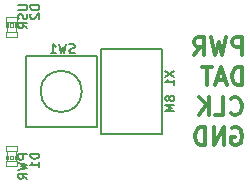
<source format=gbo>
G04 (created by PCBNEW (2013-jul-07)-stable) date Mon 06 Jan 2014 05:23:51 AM EST*
%MOIN*%
G04 Gerber Fmt 3.4, Leading zero omitted, Abs format*
%FSLAX34Y34*%
G01*
G70*
G90*
G04 APERTURE LIST*
%ADD10C,0.00590551*%
%ADD11C,0.011811*%
%ADD12C,0.0026*%
%ADD13C,0.004*%
%ADD14C,0.00511811*%
G04 APERTURE END LIST*
G54D10*
G54D11*
X91551Y-59232D02*
X91579Y-59260D01*
X91664Y-59289D01*
X91720Y-59289D01*
X91804Y-59260D01*
X91860Y-59204D01*
X91888Y-59148D01*
X91917Y-59035D01*
X91917Y-58951D01*
X91888Y-58839D01*
X91860Y-58782D01*
X91804Y-58726D01*
X91720Y-58698D01*
X91664Y-58698D01*
X91579Y-58726D01*
X91551Y-58754D01*
X91017Y-59289D02*
X91298Y-59289D01*
X91298Y-58698D01*
X90820Y-59289D02*
X90820Y-58698D01*
X90482Y-59289D02*
X90735Y-58951D01*
X90482Y-58698D02*
X90820Y-59035D01*
X91932Y-58289D02*
X91932Y-57698D01*
X91792Y-57698D01*
X91707Y-57726D01*
X91651Y-57782D01*
X91623Y-57839D01*
X91595Y-57951D01*
X91595Y-58035D01*
X91623Y-58148D01*
X91651Y-58204D01*
X91707Y-58260D01*
X91792Y-58289D01*
X91932Y-58289D01*
X91370Y-58120D02*
X91089Y-58120D01*
X91426Y-58289D02*
X91229Y-57698D01*
X91032Y-58289D01*
X90920Y-57698D02*
X90582Y-57698D01*
X90751Y-58289D02*
X90751Y-57698D01*
X91599Y-59726D02*
X91656Y-59698D01*
X91740Y-59698D01*
X91824Y-59726D01*
X91881Y-59782D01*
X91909Y-59839D01*
X91937Y-59951D01*
X91937Y-60035D01*
X91909Y-60148D01*
X91881Y-60204D01*
X91824Y-60260D01*
X91740Y-60289D01*
X91684Y-60289D01*
X91599Y-60260D01*
X91571Y-60232D01*
X91571Y-60035D01*
X91684Y-60035D01*
X91318Y-60289D02*
X91318Y-59698D01*
X90981Y-60289D01*
X90981Y-59698D01*
X90700Y-60289D02*
X90700Y-59698D01*
X90559Y-59698D01*
X90475Y-59726D01*
X90418Y-59782D01*
X90390Y-59839D01*
X90362Y-59951D01*
X90362Y-60035D01*
X90390Y-60148D01*
X90418Y-60204D01*
X90475Y-60260D01*
X90559Y-60289D01*
X90700Y-60289D01*
X91937Y-57289D02*
X91937Y-56698D01*
X91712Y-56698D01*
X91656Y-56726D01*
X91628Y-56754D01*
X91599Y-56810D01*
X91599Y-56895D01*
X91628Y-56951D01*
X91656Y-56979D01*
X91712Y-57007D01*
X91937Y-57007D01*
X91403Y-56698D02*
X91262Y-57289D01*
X91150Y-56867D01*
X91037Y-57289D01*
X90896Y-56698D01*
X90334Y-57289D02*
X90531Y-57007D01*
X90671Y-57289D02*
X90671Y-56698D01*
X90446Y-56698D01*
X90390Y-56726D01*
X90362Y-56754D01*
X90334Y-56810D01*
X90334Y-56895D01*
X90362Y-56951D01*
X90390Y-56979D01*
X90446Y-57007D01*
X90671Y-57007D01*
G54D10*
X84718Y-59681D02*
X87081Y-59681D01*
X87081Y-59681D02*
X87081Y-57318D01*
X87081Y-57318D02*
X84718Y-57318D01*
X84718Y-57318D02*
X84718Y-59681D01*
X86588Y-58500D02*
G75*
G03X86588Y-58500I-688J0D01*
G74*
G01*
X87226Y-57082D02*
X87226Y-59917D01*
X87226Y-59917D02*
X89273Y-59917D01*
X89273Y-59917D02*
X89273Y-57082D01*
X89273Y-57082D02*
X87226Y-57082D01*
G54D12*
X84427Y-56173D02*
X84073Y-56173D01*
X84073Y-56173D02*
X84073Y-56016D01*
X84427Y-56016D02*
X84073Y-56016D01*
X84427Y-56173D02*
X84427Y-56016D01*
X84427Y-56684D02*
X84073Y-56684D01*
X84073Y-56684D02*
X84073Y-56527D01*
X84427Y-56527D02*
X84073Y-56527D01*
X84427Y-56684D02*
X84427Y-56527D01*
X84427Y-56350D02*
X84368Y-56350D01*
X84368Y-56350D02*
X84368Y-56232D01*
X84427Y-56232D02*
X84368Y-56232D01*
X84427Y-56350D02*
X84427Y-56232D01*
X84132Y-56350D02*
X84073Y-56350D01*
X84073Y-56350D02*
X84073Y-56232D01*
X84132Y-56232D02*
X84073Y-56232D01*
X84132Y-56350D02*
X84132Y-56232D01*
X84309Y-56350D02*
X84191Y-56350D01*
X84191Y-56350D02*
X84191Y-56232D01*
X84309Y-56232D02*
X84191Y-56232D01*
X84309Y-56350D02*
X84309Y-56232D01*
G54D13*
X84407Y-56173D02*
X84407Y-56527D01*
X84093Y-56173D02*
X84093Y-56527D01*
G54D12*
X84073Y-60827D02*
X84427Y-60827D01*
X84427Y-60827D02*
X84427Y-60984D01*
X84073Y-60984D02*
X84427Y-60984D01*
X84073Y-60827D02*
X84073Y-60984D01*
X84073Y-60316D02*
X84427Y-60316D01*
X84427Y-60316D02*
X84427Y-60473D01*
X84073Y-60473D02*
X84427Y-60473D01*
X84073Y-60316D02*
X84073Y-60473D01*
X84073Y-60650D02*
X84132Y-60650D01*
X84132Y-60650D02*
X84132Y-60768D01*
X84073Y-60768D02*
X84132Y-60768D01*
X84073Y-60650D02*
X84073Y-60768D01*
X84368Y-60650D02*
X84427Y-60650D01*
X84427Y-60650D02*
X84427Y-60768D01*
X84368Y-60768D02*
X84427Y-60768D01*
X84368Y-60650D02*
X84368Y-60768D01*
X84191Y-60650D02*
X84309Y-60650D01*
X84309Y-60650D02*
X84309Y-60768D01*
X84191Y-60768D02*
X84309Y-60768D01*
X84191Y-60650D02*
X84191Y-60768D01*
G54D13*
X84093Y-60827D02*
X84093Y-60473D01*
X84407Y-60827D02*
X84407Y-60473D01*
G54D14*
X86349Y-57207D02*
X86307Y-57221D01*
X86235Y-57221D01*
X86207Y-57207D01*
X86192Y-57192D01*
X86178Y-57164D01*
X86178Y-57135D01*
X86192Y-57107D01*
X86207Y-57092D01*
X86235Y-57078D01*
X86292Y-57064D01*
X86321Y-57050D01*
X86335Y-57035D01*
X86349Y-57007D01*
X86349Y-56978D01*
X86335Y-56950D01*
X86321Y-56935D01*
X86292Y-56921D01*
X86221Y-56921D01*
X86178Y-56935D01*
X86078Y-56921D02*
X86007Y-57221D01*
X85949Y-57007D01*
X85892Y-57221D01*
X85821Y-56921D01*
X85550Y-57221D02*
X85721Y-57221D01*
X85635Y-57221D02*
X85635Y-56921D01*
X85664Y-56964D01*
X85692Y-56992D01*
X85721Y-57007D01*
X89371Y-57807D02*
X89671Y-58007D01*
X89371Y-58007D02*
X89671Y-57807D01*
X89671Y-58278D02*
X89671Y-58107D01*
X89671Y-58192D02*
X89371Y-58192D01*
X89414Y-58164D01*
X89442Y-58135D01*
X89457Y-58107D01*
X89500Y-58700D02*
X89485Y-58671D01*
X89471Y-58657D01*
X89442Y-58642D01*
X89428Y-58642D01*
X89400Y-58657D01*
X89385Y-58671D01*
X89371Y-58700D01*
X89371Y-58757D01*
X89385Y-58785D01*
X89400Y-58800D01*
X89428Y-58814D01*
X89442Y-58814D01*
X89471Y-58800D01*
X89485Y-58785D01*
X89500Y-58757D01*
X89500Y-58700D01*
X89514Y-58671D01*
X89528Y-58657D01*
X89557Y-58642D01*
X89614Y-58642D01*
X89642Y-58657D01*
X89657Y-58671D01*
X89671Y-58700D01*
X89671Y-58757D01*
X89657Y-58785D01*
X89642Y-58800D01*
X89614Y-58814D01*
X89557Y-58814D01*
X89528Y-58800D01*
X89514Y-58785D01*
X89500Y-58757D01*
X89671Y-58942D02*
X89371Y-58942D01*
X89585Y-59042D01*
X89371Y-59142D01*
X89671Y-59142D01*
X85171Y-55628D02*
X84871Y-55628D01*
X84871Y-55700D01*
X84885Y-55742D01*
X84914Y-55771D01*
X84942Y-55785D01*
X85000Y-55800D01*
X85042Y-55800D01*
X85100Y-55785D01*
X85128Y-55771D01*
X85157Y-55742D01*
X85171Y-55700D01*
X85171Y-55628D01*
X84900Y-55914D02*
X84885Y-55928D01*
X84871Y-55957D01*
X84871Y-56028D01*
X84885Y-56057D01*
X84900Y-56071D01*
X84928Y-56085D01*
X84957Y-56085D01*
X85000Y-56071D01*
X85171Y-55900D01*
X85171Y-56085D01*
X84471Y-55621D02*
X84714Y-55621D01*
X84742Y-55635D01*
X84757Y-55650D01*
X84771Y-55678D01*
X84771Y-55735D01*
X84757Y-55764D01*
X84742Y-55778D01*
X84714Y-55792D01*
X84471Y-55792D01*
X84757Y-55921D02*
X84771Y-55964D01*
X84771Y-56035D01*
X84757Y-56064D01*
X84742Y-56078D01*
X84714Y-56092D01*
X84685Y-56092D01*
X84657Y-56078D01*
X84642Y-56064D01*
X84628Y-56035D01*
X84614Y-55978D01*
X84600Y-55950D01*
X84585Y-55935D01*
X84557Y-55921D01*
X84528Y-55921D01*
X84500Y-55935D01*
X84485Y-55950D01*
X84471Y-55978D01*
X84471Y-56050D01*
X84485Y-56092D01*
X84771Y-56392D02*
X84628Y-56292D01*
X84771Y-56221D02*
X84471Y-56221D01*
X84471Y-56335D01*
X84485Y-56364D01*
X84500Y-56378D01*
X84528Y-56392D01*
X84571Y-56392D01*
X84600Y-56378D01*
X84614Y-56364D01*
X84628Y-56335D01*
X84628Y-56221D01*
X85171Y-60578D02*
X84871Y-60578D01*
X84871Y-60650D01*
X84885Y-60692D01*
X84914Y-60721D01*
X84942Y-60735D01*
X85000Y-60750D01*
X85042Y-60750D01*
X85100Y-60735D01*
X85128Y-60721D01*
X85157Y-60692D01*
X85171Y-60650D01*
X85171Y-60578D01*
X85171Y-61035D02*
X85171Y-60864D01*
X85171Y-60950D02*
X84871Y-60950D01*
X84914Y-60921D01*
X84942Y-60892D01*
X84957Y-60864D01*
X84771Y-60600D02*
X84471Y-60600D01*
X84471Y-60714D01*
X84485Y-60742D01*
X84500Y-60757D01*
X84528Y-60771D01*
X84571Y-60771D01*
X84600Y-60757D01*
X84614Y-60742D01*
X84628Y-60714D01*
X84628Y-60600D01*
X84471Y-60871D02*
X84771Y-60942D01*
X84557Y-61000D01*
X84771Y-61057D01*
X84471Y-61128D01*
X84771Y-61414D02*
X84628Y-61314D01*
X84771Y-61242D02*
X84471Y-61242D01*
X84471Y-61357D01*
X84485Y-61385D01*
X84500Y-61400D01*
X84528Y-61414D01*
X84571Y-61414D01*
X84600Y-61400D01*
X84614Y-61385D01*
X84628Y-61357D01*
X84628Y-61242D01*
M02*

</source>
